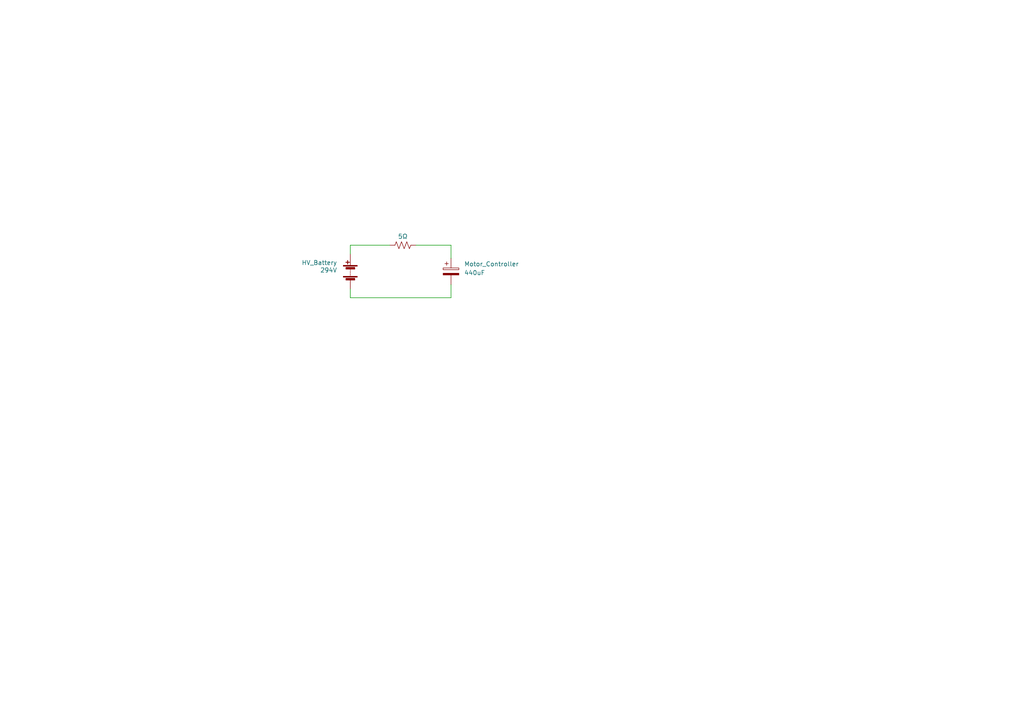
<source format=kicad_sch>
(kicad_sch (version 20211123) (generator eeschema)

  (uuid 295f5c64-2a68-445b-a0be-15452bf960b3)

  (paper "A4")

  (lib_symbols
    (symbol "Device:Battery" (pin_numbers hide) (pin_names (offset 0) hide) (in_bom yes) (on_board yes)
      (property "Reference" "BT" (id 0) (at 2.54 2.54 0)
        (effects (font (size 1.27 1.27)) (justify left))
      )
      (property "Value" "Battery" (id 1) (at 2.54 0 0)
        (effects (font (size 1.27 1.27)) (justify left))
      )
      (property "Footprint" "" (id 2) (at 0 1.524 90)
        (effects (font (size 1.27 1.27)) hide)
      )
      (property "Datasheet" "~" (id 3) (at 0 1.524 90)
        (effects (font (size 1.27 1.27)) hide)
      )
      (property "ki_keywords" "batt voltage-source cell" (id 4) (at 0 0 0)
        (effects (font (size 1.27 1.27)) hide)
      )
      (property "ki_description" "Multiple-cell battery" (id 5) (at 0 0 0)
        (effects (font (size 1.27 1.27)) hide)
      )
      (symbol "Battery_0_1"
        (rectangle (start -2.032 -1.397) (end 2.032 -1.651)
          (stroke (width 0) (type default) (color 0 0 0 0))
          (fill (type outline))
        )
        (rectangle (start -2.032 1.778) (end 2.032 1.524)
          (stroke (width 0) (type default) (color 0 0 0 0))
          (fill (type outline))
        )
        (rectangle (start -1.3208 -1.9812) (end 1.27 -2.4892)
          (stroke (width 0) (type default) (color 0 0 0 0))
          (fill (type outline))
        )
        (rectangle (start -1.3208 1.1938) (end 1.27 0.6858)
          (stroke (width 0) (type default) (color 0 0 0 0))
          (fill (type outline))
        )
        (polyline
          (pts
            (xy 0 -1.524)
            (xy 0 -1.27)
          )
          (stroke (width 0) (type default) (color 0 0 0 0))
          (fill (type none))
        )
        (polyline
          (pts
            (xy 0 -1.016)
            (xy 0 -0.762)
          )
          (stroke (width 0) (type default) (color 0 0 0 0))
          (fill (type none))
        )
        (polyline
          (pts
            (xy 0 -0.508)
            (xy 0 -0.254)
          )
          (stroke (width 0) (type default) (color 0 0 0 0))
          (fill (type none))
        )
        (polyline
          (pts
            (xy 0 0)
            (xy 0 0.254)
          )
          (stroke (width 0) (type default) (color 0 0 0 0))
          (fill (type none))
        )
        (polyline
          (pts
            (xy 0 0.508)
            (xy 0 0.762)
          )
          (stroke (width 0) (type default) (color 0 0 0 0))
          (fill (type none))
        )
        (polyline
          (pts
            (xy 0 1.778)
            (xy 0 2.54)
          )
          (stroke (width 0) (type default) (color 0 0 0 0))
          (fill (type none))
        )
        (polyline
          (pts
            (xy 0.254 2.667)
            (xy 1.27 2.667)
          )
          (stroke (width 0.254) (type default) (color 0 0 0 0))
          (fill (type none))
        )
        (polyline
          (pts
            (xy 0.762 3.175)
            (xy 0.762 2.159)
          )
          (stroke (width 0.254) (type default) (color 0 0 0 0))
          (fill (type none))
        )
      )
      (symbol "Battery_1_1"
        (pin passive line (at 0 5.08 270) (length 2.54)
          (name "+" (effects (font (size 1.27 1.27))))
          (number "1" (effects (font (size 1.27 1.27))))
        )
        (pin passive line (at 0 -5.08 90) (length 2.54)
          (name "-" (effects (font (size 1.27 1.27))))
          (number "2" (effects (font (size 1.27 1.27))))
        )
      )
    )
    (symbol "Device:C_Polarized" (pin_numbers hide) (pin_names (offset 0.254)) (in_bom yes) (on_board yes)
      (property "Reference" "C" (id 0) (at 0.635 2.54 0)
        (effects (font (size 1.27 1.27)) (justify left))
      )
      (property "Value" "C_Polarized" (id 1) (at 0.635 -2.54 0)
        (effects (font (size 1.27 1.27)) (justify left))
      )
      (property "Footprint" "" (id 2) (at 0.9652 -3.81 0)
        (effects (font (size 1.27 1.27)) hide)
      )
      (property "Datasheet" "~" (id 3) (at 0 0 0)
        (effects (font (size 1.27 1.27)) hide)
      )
      (property "ki_keywords" "cap capacitor" (id 4) (at 0 0 0)
        (effects (font (size 1.27 1.27)) hide)
      )
      (property "ki_description" "Polarized capacitor" (id 5) (at 0 0 0)
        (effects (font (size 1.27 1.27)) hide)
      )
      (property "ki_fp_filters" "CP_*" (id 6) (at 0 0 0)
        (effects (font (size 1.27 1.27)) hide)
      )
      (symbol "C_Polarized_0_1"
        (rectangle (start -2.286 0.508) (end 2.286 1.016)
          (stroke (width 0) (type default) (color 0 0 0 0))
          (fill (type none))
        )
        (polyline
          (pts
            (xy -1.778 2.286)
            (xy -0.762 2.286)
          )
          (stroke (width 0) (type default) (color 0 0 0 0))
          (fill (type none))
        )
        (polyline
          (pts
            (xy -1.27 2.794)
            (xy -1.27 1.778)
          )
          (stroke (width 0) (type default) (color 0 0 0 0))
          (fill (type none))
        )
        (rectangle (start 2.286 -0.508) (end -2.286 -1.016)
          (stroke (width 0) (type default) (color 0 0 0 0))
          (fill (type outline))
        )
      )
      (symbol "C_Polarized_1_1"
        (pin passive line (at 0 3.81 270) (length 2.794)
          (name "~" (effects (font (size 1.27 1.27))))
          (number "1" (effects (font (size 1.27 1.27))))
        )
        (pin passive line (at 0 -3.81 90) (length 2.794)
          (name "~" (effects (font (size 1.27 1.27))))
          (number "2" (effects (font (size 1.27 1.27))))
        )
      )
    )
    (symbol "Device:R_US" (pin_numbers hide) (pin_names (offset 0)) (in_bom yes) (on_board yes)
      (property "Reference" "R" (id 0) (at 2.54 0 90)
        (effects (font (size 1.27 1.27)))
      )
      (property "Value" "R_US" (id 1) (at -2.54 0 90)
        (effects (font (size 1.27 1.27)))
      )
      (property "Footprint" "" (id 2) (at 1.016 -0.254 90)
        (effects (font (size 1.27 1.27)) hide)
      )
      (property "Datasheet" "~" (id 3) (at 0 0 0)
        (effects (font (size 1.27 1.27)) hide)
      )
      (property "ki_keywords" "R res resistor" (id 4) (at 0 0 0)
        (effects (font (size 1.27 1.27)) hide)
      )
      (property "ki_description" "Resistor, US symbol" (id 5) (at 0 0 0)
        (effects (font (size 1.27 1.27)) hide)
      )
      (property "ki_fp_filters" "R_*" (id 6) (at 0 0 0)
        (effects (font (size 1.27 1.27)) hide)
      )
      (symbol "R_US_0_1"
        (polyline
          (pts
            (xy 0 -2.286)
            (xy 0 -2.54)
          )
          (stroke (width 0) (type default) (color 0 0 0 0))
          (fill (type none))
        )
        (polyline
          (pts
            (xy 0 2.286)
            (xy 0 2.54)
          )
          (stroke (width 0) (type default) (color 0 0 0 0))
          (fill (type none))
        )
        (polyline
          (pts
            (xy 0 -0.762)
            (xy 1.016 -1.143)
            (xy 0 -1.524)
            (xy -1.016 -1.905)
            (xy 0 -2.286)
          )
          (stroke (width 0) (type default) (color 0 0 0 0))
          (fill (type none))
        )
        (polyline
          (pts
            (xy 0 0.762)
            (xy 1.016 0.381)
            (xy 0 0)
            (xy -1.016 -0.381)
            (xy 0 -0.762)
          )
          (stroke (width 0) (type default) (color 0 0 0 0))
          (fill (type none))
        )
        (polyline
          (pts
            (xy 0 2.286)
            (xy 1.016 1.905)
            (xy 0 1.524)
            (xy -1.016 1.143)
            (xy 0 0.762)
          )
          (stroke (width 0) (type default) (color 0 0 0 0))
          (fill (type none))
        )
      )
      (symbol "R_US_1_1"
        (pin passive line (at 0 3.81 270) (length 1.27)
          (name "~" (effects (font (size 1.27 1.27))))
          (number "1" (effects (font (size 1.27 1.27))))
        )
        (pin passive line (at 0 -3.81 90) (length 1.27)
          (name "~" (effects (font (size 1.27 1.27))))
          (number "2" (effects (font (size 1.27 1.27))))
        )
      )
    )
  )


  (wire (pts (xy 101.6 73.66) (xy 101.6 71.12))
    (stroke (width 0) (type default) (color 0 0 0 0))
    (uuid 5f86609c-6996-43b8-bb7a-f47694d2ae52)
  )
  (wire (pts (xy 101.6 71.12) (xy 113.03 71.12))
    (stroke (width 0) (type default) (color 0 0 0 0))
    (uuid 6cc6419e-2483-4cd1-9f74-364b6b34e338)
  )
  (wire (pts (xy 130.81 82.55) (xy 130.81 86.36))
    (stroke (width 0) (type default) (color 0 0 0 0))
    (uuid 7ff55e3e-0c1c-4979-bdf8-ff1380ac5586)
  )
  (wire (pts (xy 130.81 71.12) (xy 130.81 74.93))
    (stroke (width 0) (type default) (color 0 0 0 0))
    (uuid a9b494db-c60a-4c7a-b626-52d03452ac38)
  )
  (wire (pts (xy 101.6 86.36) (xy 101.6 83.82))
    (stroke (width 0) (type default) (color 0 0 0 0))
    (uuid b2eeee09-f7dd-4ad6-a93d-a0facf2f0f57)
  )
  (wire (pts (xy 120.65 71.12) (xy 130.81 71.12))
    (stroke (width 0) (type default) (color 0 0 0 0))
    (uuid c3777947-6387-4bda-bc37-6b982dcb36be)
  )
  (wire (pts (xy 130.81 86.36) (xy 101.6 86.36))
    (stroke (width 0) (type default) (color 0 0 0 0))
    (uuid fe3fafd6-ac78-4805-8ed3-8b8d288db3a9)
  )

  (symbol (lib_id "Device:Battery") (at 101.6 78.74 0) (mirror y) (unit 1)
    (in_bom yes) (on_board yes)
    (uuid 88803ba1-1870-416b-9aea-20f525eada78)
    (property "Reference" "HV_Battery" (id 0) (at 97.79 76.2 0)
      (effects (font (size 1.27 1.27)) (justify left))
    )
    (property "Value" "294V" (id 1) (at 97.79 78.3589 0)
      (effects (font (size 1.27 1.27)) (justify left))
    )
    (property "Footprint" "" (id 2) (at 101.6 77.216 90)
      (effects (font (size 1.27 1.27)) hide)
    )
    (property "Datasheet" "~" (id 3) (at 101.6 77.216 90)
      (effects (font (size 1.27 1.27)) hide)
    )
    (pin "1" (uuid 960654b4-29a3-4176-bd1f-b4393dae5e89))
    (pin "2" (uuid 189e31e7-938a-40df-aa1d-b90389315e6e))
  )

  (symbol (lib_id "Device:C_Polarized") (at 130.81 78.74 0) (unit 1)
    (in_bom yes) (on_board yes) (fields_autoplaced)
    (uuid 93b15e6e-ce64-44f0-bc4f-290ec39b1310)
    (property "Reference" "Motor_Controller" (id 0) (at 134.62 76.5809 0)
      (effects (font (size 1.27 1.27)) (justify left))
    )
    (property "Value" "440uF" (id 1) (at 134.62 79.1209 0)
      (effects (font (size 1.27 1.27)) (justify left))
    )
    (property "Footprint" "" (id 2) (at 131.7752 82.55 0)
      (effects (font (size 1.27 1.27)) hide)
    )
    (property "Datasheet" "~" (id 3) (at 130.81 78.74 0)
      (effects (font (size 1.27 1.27)) hide)
    )
    (pin "1" (uuid 6ac0156d-b3bb-4885-a82d-5751c60a66e7))
    (pin "2" (uuid 1f9c65cc-b50a-43f5-9616-d0b9f9884889))
  )

  (symbol (lib_id "Device:R_US") (at 116.84 71.12 90) (unit 1)
    (in_bom yes) (on_board yes)
    (uuid bb2c037f-c181-4465-8262-39ff8c8c2168)
    (property "Reference" "R?" (id 0) (at 116.84 64.77 90)
      (effects (font (size 1.27 1.27)) hide)
    )
    (property "Value" "5Ω" (id 1) (at 116.84 68.58 90))
    (property "Footprint" "" (id 2) (at 117.094 70.104 90)
      (effects (font (size 1.27 1.27)) hide)
    )
    (property "Datasheet" "~" (id 3) (at 116.84 71.12 0)
      (effects (font (size 1.27 1.27)) hide)
    )
    (pin "1" (uuid d0fffaf1-e5db-48d7-a15d-ffaaf89f9ecf))
    (pin "2" (uuid 01a533c8-65a3-4754-add0-6d2b5674c64a))
  )
)

</source>
